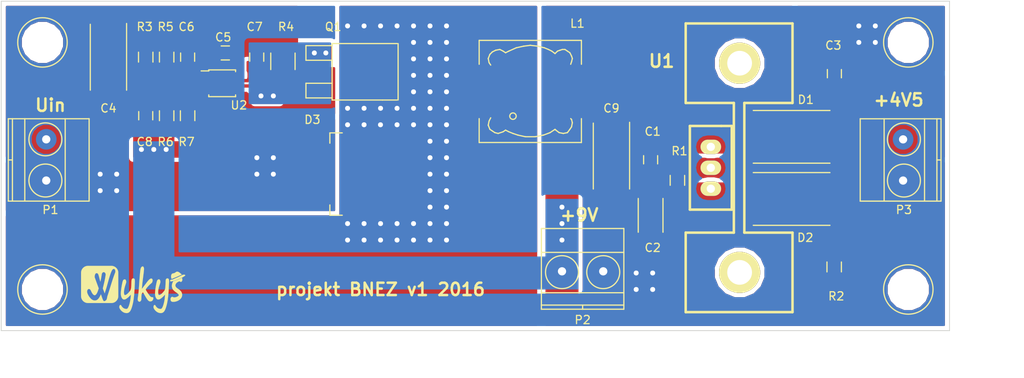
<source format=kicad_pcb>
(kicad_pcb (version 4) (host pcbnew 4.0.4-stable)
  (layers (0 F.Cu signal) (31 B.Cu signal) (34 B.Paste user) (35 F.Paste user) (36 B.SilkS user) (37 F.SilkS user) (38 B.Mask user) (39 F.Mask user) (44 Edge.Cuts user))
  (net 0 "")
  (net 1 +9V)
  (net 2 GND)
  (net 3 "Net-(C2-Pad1)")
  (net 4 +4V5)
  (net 5 VCC)
  (net 6 "Net-(C6-Pad1)")
  (net 7 "Net-(C7-Pad1)")
  (net 8 "Net-(C8-Pad2)")
  (net 9 "Net-(D3-Pad1)")
  (net 10 "Net-(Q1-Pad1)")
  (net 11 "Net-(Q1-Pad3)")
  (net 12 "Net-(R3-Pad2)")
  (module TO_SOT_Packages_SMD:TO-263-3Lead (layer F.Cu) (at 132.3534 95.9866)
    (fp_text reference D3 (at 0.381 -6.604 180) (layer F.SilkS))
    (fp_text value STPS20M100S)
    (pad 1 smd rect (at 9.15 0) (size 9.4 10.8) (layers F.Cu F.Paste F.Mask) (net 9 "Net-(D3-Pad1)"))
    (pad 2 smd rect (at 0 2.54) (size 4.6 1.39) (layers F.Cu F.Paste F.Mask) (net 2 GND))
    (pad 2 smd rect (at 0 -2.54) (size 4.6 1.39) (layers F.Cu F.Paste F.Mask) (net 2 GND))
  )
  (module Capacitors_SMD:C_0805_HandSoldering (layer F.Cu) (at 173.75 94.25 270)
    (fp_text reference C1 (at -3.429 -0.254 360) (layer F.SilkS))
    (fp_text value 100n)
    (pad 1 smd rect (at -1.25 0 270) (size 1.5 1.25) (layers F.Cu F.Paste F.Mask) (net 1 +9V))
    (pad 2 smd rect (at 1.25 0 270) (size 1.5 1.25) (layers F.Cu F.Paste F.Mask) (net 2 GND))
  )
  (module Capacitors_Tantalum_SMD:TantalC_SizeB_EIA-3528_Reflow (layer F.Cu) (at 173.75 101.25 270)
    (fp_text reference C2 (at 3.683 -0.254 360) (layer F.SilkS))
    (fp_text value 10u/20V)
    (pad 2 smd rect (at 1.46 0 270) (size 1.8 2.23) (layers F.Cu F.Paste F.Mask) (net 2 GND))
    (pad 1 smd rect (at -1.46 0 270) (size 1.8 2.23) (layers F.Cu F.Paste F.Mask) (net 3 "Net-(C2-Pad1)"))
  )
  (module Capacitors_SMD:C_0805_HandSoldering (layer F.Cu) (at 196.0372 83.7946 90)
    (fp_text reference C3 (at 3.429 -0.127 180) (layer F.SilkS))
    (fp_text value 1u)
    (pad 1 smd rect (at -1.25 0 90) (size 1.5 1.25) (layers F.Cu F.Paste F.Mask) (net 4 +4V5))
    (pad 2 smd rect (at 1.25 0 90) (size 1.5 1.25) (layers F.Cu F.Paste F.Mask) (net 2 GND))
  )
  (module Capacitors_SMD:C_0805_HandSoldering (layer F.Cu) (at 122.174 81.28 180)
    (fp_text reference C5 (at 0.254 1.905 180) (layer F.SilkS))
    (fp_text value 1u)
    (pad 1 smd rect (at -1.25 0 180) (size 1.5 1.25) (layers F.Cu F.Paste F.Mask) (net 5 VCC))
    (pad 2 smd rect (at 1.25 0 180) (size 1.5 1.25) (layers F.Cu F.Paste F.Mask) (net 2 GND))
  )
  (module Capacitors_SMD:C_0805_HandSoldering (layer F.Cu) (at 117.602 81.788 90)
    (fp_text reference C6 (at 3.683 -0.127 180) (layer F.SilkS))
    (fp_text value 1n)
    (pad 1 smd rect (at -1.25 0 90) (size 1.5 1.25) (layers F.Cu F.Paste F.Mask) (net 6 "Net-(C6-Pad1)"))
    (pad 2 smd rect (at 1.25 0 90) (size 1.5 1.25) (layers F.Cu F.Paste F.Mask) (net 5 VCC))
  )
  (module Capacitors_SMD:C_0805_HandSoldering (layer F.Cu) (at 125.984 81.788 90)
    (fp_text reference C7 (at 3.683 -0.254 180) (layer F.SilkS))
    (fp_text value 470n)
    (pad 1 smd rect (at -1.25 0 90) (size 1.5 1.25) (layers F.Cu F.Paste F.Mask) (net 7 "Net-(C7-Pad1)"))
    (pad 2 smd rect (at 1.25 0 90) (size 1.5 1.25) (layers F.Cu F.Paste F.Mask) (net 5 VCC))
  )
  (module Capacitors_SMD:C_0805_HandSoldering (layer F.Cu) (at 112.522 88.9 90)
    (fp_text reference C8 (at -3.175 -0.127 180) (layer F.SilkS))
    (fp_text value 6n8)
    (pad 1 smd rect (at -1.25 0 90) (size 1.5 1.25) (layers F.Cu F.Paste F.Mask) (net 1 +9V))
    (pad 2 smd rect (at 1.25 0 90) (size 1.5 1.25) (layers F.Cu F.Paste F.Mask) (net 8 "Net-(C8-Pad2)"))
  )
  (module Diodes_SMD:DO-214AB_Handsoldering (layer F.Cu) (at 191.9986 91.4654)
    (fp_text reference D1 (at 0.5715 -4.5085) (layer F.SilkS))
    (fp_text value BYG10D-E3/TR)
    (pad 2 smd rect (at 4.1 0) (size 3.6 3.2) (layers F.Cu F.Paste F.Mask) (net 4 +4V5))
    (pad 1 smd rect (at -4.1 0) (size 3.6 3.2) (layers F.Cu F.Paste F.Mask) (net 1 +9V))
  )
  (module Diodes_SMD:DO-214AB_Handsoldering (layer F.Cu) (at 191.9986 99.0092)
    (fp_text reference D2 (at 0.508 4.699) (layer F.SilkS))
    (fp_text value BYG10D-E3/TR)
    (pad 2 smd rect (at 4.1 0) (size 3.6 3.2) (layers F.Cu F.Paste F.Mask) (net 3 "Net-(C2-Pad1)"))
    (pad 1 smd rect (at -4.1 0) (size 3.6 3.2) (layers F.Cu F.Paste F.Mask) (net 4 +4V5))
  )
  (module Choke_SMD:Choke_SMD_12x12mm_h6mm (layer F.Cu) (at 159.15894 85.9536)
    (fp_text reference L1 (at 5.715 -8.255) (layer F.SilkS))
    (fp_text value 47u)
    (pad 1 smd rect (at -4.95046 0) (size 2.90068 5.40004) (layers F.Cu F.Paste F.Mask) (net 9 "Net-(D3-Pad1)"))
    (pad 2 smd rect (at 4.95046 0) (size 2.90068 5.40004) (layers F.Cu F.Paste F.Mask) (net 1 +9V))
  )
  (module TO_SOT_Packages_SMD:TO-252-2Lead (layer F.Cu) (at 133.604 83.566 270)
    (fp_text reference Q1 (at -5.461 -1.651 360) (layer F.SilkS))
    (fp_text value FDD5614P)
    (pad 1 smd rect (at -2.286 0 270) (size 1.651 3.048) (layers F.Cu F.Paste F.Mask) (net 10 "Net-(Q1-Pad1)"))
    (pad 2 smd rect (at 0 -6.35 270) (size 6.096 6.096) (layers F.Cu F.Paste F.Mask) (net 9 "Net-(D3-Pad1)"))
    (pad 3 smd rect (at 2.286 0 270) (size 1.651 3.048) (layers F.Cu F.Paste F.Mask) (net 11 "Net-(Q1-Pad3)"))
  )
  (module Resistors_SMD:R_0805_HandSoldering (layer F.Cu) (at 177 96.75 270)
    (fp_text reference R1 (at -3.556 -0.254 360) (layer F.SilkS))
    (fp_text value 510R)
    (pad 1 smd rect (at -1.35 0 270) (size 1.5 1.3) (layers F.Cu F.Paste F.Mask) (net 4 +4V5))
    (pad 2 smd rect (at 1.35 0 270) (size 1.5 1.3) (layers F.Cu F.Paste F.Mask) (net 3 "Net-(C2-Pad1)"))
  )
  (module Resistors_SMD:R_0805_HandSoldering (layer F.Cu) (at 196.0118 107.2642 270)
    (fp_text reference R2 (at 3.556 -0.254 360) (layer F.SilkS))
    (fp_text value 1k3)
    (pad 1 smd rect (at -1.35 0 270) (size 1.5 1.3) (layers F.Cu F.Paste F.Mask) (net 3 "Net-(C2-Pad1)"))
    (pad 2 smd rect (at 1.35 0 270) (size 1.5 1.3) (layers F.Cu F.Paste F.Mask) (net 2 GND))
  )
  (module Resistors_SMD:R_0805_HandSoldering (layer F.Cu) (at 112.522 81.788 270)
    (fp_text reference R3 (at -3.683 0.127 360) (layer F.SilkS))
    (fp_text value 180k)
    (pad 1 smd rect (at -1.35 0 270) (size 1.5 1.3) (layers F.Cu F.Paste F.Mask) (net 5 VCC))
    (pad 2 smd rect (at 1.35 0 270) (size 1.5 1.3) (layers F.Cu F.Paste F.Mask) (net 12 "Net-(R3-Pad2)"))
  )
  (module Resistors_SMD:R_1210_HandSoldering (layer F.Cu) (at 129.159 82.296 270)
    (fp_text reference R4 (at -4.191 -0.381 360) (layer F.SilkS))
    (fp_text value R01)
    (pad 1 smd rect (at -2 0 270) (size 2 2.5) (layers F.Cu F.Paste F.Mask) (net 5 VCC))
    (pad 2 smd rect (at 2 0 270) (size 2 2.5) (layers F.Cu F.Paste F.Mask) (net 11 "Net-(Q1-Pad3)"))
  )
  (module Resistors_SMD:R_0805_HandSoldering (layer F.Cu) (at 115.062 81.788 270)
    (fp_text reference R5 (at -3.683 0.127 360) (layer F.SilkS))
    (fp_text value 1k5)
    (pad 1 smd rect (at -1.35 0 270) (size 1.5 1.3) (layers F.Cu F.Paste F.Mask) (net 5 VCC))
    (pad 2 smd rect (at 1.35 0 270) (size 1.5 1.3) (layers F.Cu F.Paste F.Mask) (net 6 "Net-(C6-Pad1)"))
  )
  (module Resistors_SMD:R_0805_HandSoldering (layer F.Cu) (at 115.062 88.9 90)
    (fp_text reference R6 (at -3.175 -0.127 180) (layer F.SilkS))
    (fp_text value 6k2)
    (pad 1 smd rect (at -1.35 0 90) (size 1.5 1.3) (layers F.Cu F.Paste F.Mask) (net 1 +9V))
    (pad 2 smd rect (at 1.35 0 90) (size 1.5 1.3) (layers F.Cu F.Paste F.Mask) (net 8 "Net-(C8-Pad2)"))
  )
  (module Resistors_SMD:R_0805_HandSoldering (layer F.Cu) (at 117.602 88.9 270)
    (fp_text reference R7 (at 3.175 0.127 360) (layer F.SilkS))
    (fp_text value 1k)
    (pad 1 smd rect (at -1.35 0 270) (size 1.5 1.3) (layers F.Cu F.Paste F.Mask) (net 8 "Net-(C8-Pad2)"))
    (pad 2 smd rect (at 1.35 0 270) (size 1.5 1.3) (layers F.Cu F.Paste F.Mask) (net 2 GND))
  )
  (module Housings_SSOP:MSOP-8-1EP_3x3mm_Pitch0.65mm (layer F.Cu) (at 121.793 84.963)
    (fp_text reference U2 (at 2.032 2.667) (layer F.SilkS))
    (fp_text value LM25085MYE)
    (pad 1 smd rect (at -2.105 -0.975) (size 0.89 0.42) (layers F.Cu F.Paste F.Mask) (net 6 "Net-(C6-Pad1)"))
    (pad 2 smd rect (at -2.105 -0.325) (size 0.89 0.42) (layers F.Cu F.Paste F.Mask) (net 12 "Net-(R3-Pad2)"))
    (pad 3 smd rect (at -2.105 0.325) (size 0.89 0.42) (layers F.Cu F.Paste F.Mask) (net 8 "Net-(C8-Pad2)"))
    (pad 4 smd rect (at -2.105 0.975) (size 0.89 0.42) (layers F.Cu F.Paste F.Mask) (net 2 GND))
    (pad 5 smd rect (at 2.105 0.975) (size 0.89 0.42) (layers F.Cu F.Paste F.Mask) (net 11 "Net-(Q1-Pad3)"))
    (pad 6 smd rect (at 2.105 0.325) (size 0.89 0.42) (layers F.Cu F.Paste F.Mask) (net 10 "Net-(Q1-Pad1)"))
    (pad 7 smd rect (at 2.105 -0.325) (size 0.89 0.42) (layers F.Cu F.Paste F.Mask) (net 7 "Net-(C7-Pad1)"))
    (pad 8 smd rect (at 2.105 -0.975) (size 0.89 0.42) (layers F.Cu F.Paste F.Mask) (net 5 VCC))
    (pad 9 smd rect (at 0.42 0.47) (size 0.84 0.94) (layers F.Cu F.Paste F.Mask) (net 2 GND))
    (pad 9 smd rect (at 0.42 -0.47) (size 0.84 0.94) (layers F.Cu F.Paste F.Mask) (net 2 GND))
    (pad 9 smd rect (at -0.42 0.47) (size 0.84 0.94) (layers F.Cu F.Paste F.Mask) (net 2 GND))
    (pad 9 smd rect (at -0.42 -0.47) (size 0.84 0.94) (layers F.Cu F.Paste F.Mask) (net 2 GND))
  )
  (module bnez:to220_std_11cw (layer F.Cu) (at 181.0512 95.2246 270)
    (fp_text reference U1 (at -12.954 5.969 360) (layer F.SilkS) (effects (font (thickness 0.3048))))
    (fp_text value LM317KCS hide)
    (pad 1 thru_hole oval (at 2.54 0 270) (size 1.74498 2.49936) (drill 1) (layers *.Cu *.Mask F.SilkS) (net 3 "Net-(C2-Pad1)"))
    (pad 2 thru_hole oval (at 0 0 270) (size 1.74752 2.49936) (drill 1) (layers *.Cu *.Mask F.SilkS) (net 4 +4V5))
    (pad 3 thru_hole oval (at -2.54 0 270) (size 1.74752 2.49936) (drill 1) (layers *.Cu *.Mask F.SilkS) (net 1 +9V))
    (pad "" thru_hole circle (at 12.7 -3.4925 270) (size 5 5) (drill 3) (layers *.Cu *.Mask F.SilkS))
    (pad "" thru_hole circle (at -12.7 -3.4925 270) (size 5 5) (drill 3) (layers *.Cu *.Mask F.SilkS))
  )
  (module bnez:M3 (layer F.Cu) (at 100 80)
    (fp_text reference M1 hide)
    (fp_text value M3 hide)
    (pad "" np_thru_hole circle (at 0 0) (size 3 3) (drill 3) (layers *.Cu *.Mask) (clearance 1))
  )
  (module bnez:M3 (layer F.Cu) (at 100 110)
    (fp_text reference M2 hide)
    (fp_text value M3 hide)
    (pad "" np_thru_hole circle (at 0 0) (size 3 3) (drill 3) (layers *.Cu *.Mask) (clearance 1))
  )
  (module bnez:M3 (layer F.Cu) (at 205 110)
    (fp_text reference M3 hide)
    (fp_text value M3 hide)
    (pad "" np_thru_hole circle (at 0 0) (size 3 3) (drill 3) (layers *.Cu *.Mask) (clearance 1))
  )
  (module bnez:M3 (layer F.Cu) (at 205 80)
    (fp_text reference M4 hide)
    (fp_text value M3 hide)
    (pad "" np_thru_hole circle (at 0 0) (size 3 3) (drill 3) (layers *.Cu *.Mask) (clearance 1))
  )
  (module bnez:wykys_new_skill (layer F.Cu) (at 111 110)
    (fp_text reference G*** hide)
    (fp_text value LOGO hide)
  )
  (module Terminal_Blocks:TerminalBlock_Pheonix_MKDS1.5-2pol (layer F.Cu) (at 100.457 91.7702 270)
    (fp_text reference P1 (at 8.5598 -0.508 360) (layer F.SilkS))
    (fp_text value "PWR IN")
    (pad 1 thru_hole circle (at 0 0 270) (size 2.5 2.5) (drill 1) (layers *.Cu *.Mask) (net 5 VCC))
    (pad 2 thru_hole rect (at 5 0 270) (size 2.5 2.5) (drill 1) (layers *.Cu *.Mask) (net 2 GND))
  )
  (module Terminal_Blocks:TerminalBlock_Pheonix_MKDS1.5-2pol (layer F.Cu) (at 163.0045 107.7976)
    (fp_text reference P2 (at 2.5 5.9) (layer F.SilkS))
    (fp_text value +9V)
    (pad 1 thru_hole circle (at 0 0) (size 2.5 2.5) (drill 1) (layers *.Cu *.Mask) (net 1 +9V))
    (pad 2 thru_hole rect (at 5 0) (size 2.5 2.5) (drill 1) (layers *.Cu *.Mask) (net 2 GND))
  )
  (module Terminal_Blocks:TerminalBlock_Pheonix_MKDS1.5-2pol (layer F.Cu) (at 204.3684 96.774 90)
    (fp_text reference P3 (at -3.556 0.1016 180) (layer F.SilkS))
    (fp_text value +4V5)
    (pad 1 thru_hole rect (at 0 0 90) (size 2.5 2.5) (drill 1) (layers *.Cu *.Mask) (net 2 GND))
    (pad 2 thru_hole circle (at 5 0 90) (size 2.5 2.5) (drill 1) (layers *.Cu *.Mask) (net 4 +4V5))
  )
  (module Capacitors_Tantalum_SMD:TantalC_SizeD_EIA-7343_Reflow (layer F.Cu) (at 108 82 270)
    (fp_text reference C4 (at 6 0 360) (layer F.SilkS))
    (fp_text value 10u/50V)
    (pad 2 smd rect (at 3.12 0 270) (size 2.37 2.43) (layers F.Cu F.Paste F.Mask) (net 2 GND))
    (pad 1 smd rect (at -3.12 0 270) (size 2.37 2.43) (layers F.Cu F.Paste F.Mask) (net 5 VCC))
  )
  (module Capacitors_Tantalum_SMD:TantalC_SizeD_EIA-7343_Reflow (layer F.Cu) (at 169 94 270)
    (fp_text reference C9 (at -6 0 360) (layer F.SilkS))
    (fp_text value 68u/20V)
    (pad 2 smd rect (at 3.12 0 270) (size 2.37 2.43) (layers F.Cu F.Paste F.Mask) (net 2 GND))
    (pad 1 smd rect (at -3.12 0 270) (size 2.37 2.43) (layers F.Cu F.Paste F.Mask) (net 1 +9V))
  )
  (gr_text +4V5 (at 203.835 86.995) (layer F.SilkS) (effects (font (size 1.5 1.5) (thickness 0.3))))
  (gr_text +9V (at 165.1 100.965) (layer F.SilkS) (effects (font (size 1.5 1.5) (thickness 0.3))))
  (gr_text Uin (at 100.965 87.63) (layer F.SilkS) (effects (font (size 1.5 1.5) (thickness 0.3))))
  (gr_text "projekt BNEZ v1 2016" (at 141 110) (layer F.SilkS) (effects (font (size 1.5 1.5) (thickness 0.3))))
  (gr_line (start 95 115) (end 95 75) (angle 90) (layer Edge.Cuts) (width 0.1))
  (gr_line (start 210 115) (end 95 115) (angle 90) (layer Edge.Cuts) (width 0.1))
  (gr_line (start 210 75) (end 210 115) (angle 90) (layer Edge.Cuts) (width 0.1))
  (gr_line (start 95 75) (end 210 75) (angle 90) (layer Edge.Cuts) (width 0.1))
  (segment (start 115.062 90.25) (end 112.622 90.25) (width 0.4) (layer F.Cu) (net 1))
  (segment (start 163 102) (end 163 100) (width 0.25) (layer B.Cu) (net 1))
  (via (at 163 100) (size 1) (drill 0.6) (layers F.Cu B.Cu) (net 1))
  (segment (start 163 104) (end 163 102) (width 0.25) (layer F.Cu) (net 1))
  (via (at 163 102) (size 1) (drill 0.6) (layers F.Cu B.Cu) (net 1))
  (segment (start 163.0045 107.7976) (end 163.0045 104.0045) (width 0.25) (layer B.Cu) (net 1))
  (segment (start 163.0045 104.0045) (end 163 104) (width 0.25) (layer B.Cu) (net 1))
  (via (at 163 104) (size 1) (drill 0.6) (layers F.Cu B.Cu) (net 1))
  (segment (start 113.5 93) (end 115 93) (width 0.25) (layer B.Cu) (net 1))
  (via (at 115 93) (size 1) (drill 0.6) (layers F.Cu B.Cu) (net 1))
  (via (at 113.5 93) (size 1) (drill 0.6) (layers F.Cu B.Cu) (net 1))
  (segment (start 112 93) (end 115 93) (width 0.5) (layer B.Cu) (net 1))
  (segment (start 112.412 93) (end 112 93) (width 1) (layer F.Cu) (net 1))
  (segment (start 115.062 90.35) (end 112.412 93) (width 1) (layer F.Cu) (net 1))
  (segment (start 115.062 90.25) (end 115.062 90.35) (width 1) (layer F.Cu) (net 1))
  (via (at 112 93) (size 1) (drill 0.6) (layers F.Cu B.Cu) (net 1))
  (segment (start 112.622 90.25) (end 112.522 90.15) (width 0.4) (layer F.Cu) (net 1))
  (segment (start 122 85.22) (end 122 85) (width 0.25) (layer F.Cu) (net 2))
  (segment (start 122.213 85.433) (end 122 85.22) (width 0.25) (layer F.Cu) (net 2))
  (segment (start 199 78) (end 199 80) (width 0.25) (layer F.Cu) (net 2))
  (via (at 199 80) (size 1) (drill 0.6) (layers F.Cu B.Cu) (net 2))
  (segment (start 201 78) (end 199 78) (width 0.25) (layer B.Cu) (net 2))
  (via (at 199 78) (size 1) (drill 0.6) (layers F.Cu B.Cu) (net 2))
  (segment (start 201 80) (end 201 78) (width 0.25) (layer F.Cu) (net 2))
  (via (at 201 78) (size 1) (drill 0.6) (layers F.Cu B.Cu) (net 2))
  (segment (start 198 95.548) (end 198 83) (width 0.25) (layer B.Cu) (net 2))
  (segment (start 198 83) (end 201 80) (width 0.25) (layer B.Cu) (net 2))
  (via (at 201 80) (size 1) (drill 0.6) (layers F.Cu B.Cu) (net 2))
  (segment (start 199.226 96.774) (end 198 95.548) (width 0.25) (layer B.Cu) (net 2))
  (segment (start 204.3684 96.774) (end 199.226 96.774) (width 0.25) (layer B.Cu) (net 2))
  (segment (start 174 110) (end 172 110) (width 0.25) (layer B.Cu) (net 2))
  (via (at 172 110) (size 1) (drill 0.6) (layers F.Cu B.Cu) (net 2))
  (segment (start 174 108) (end 174 110) (width 0.25) (layer F.Cu) (net 2))
  (via (at 174 110) (size 1) (drill 0.6) (layers F.Cu B.Cu) (net 2))
  (segment (start 172 108) (end 174 108) (width 0.25) (layer B.Cu) (net 2))
  (via (at 174 108) (size 1) (drill 0.6) (layers F.Cu B.Cu) (net 2))
  (segment (start 168.0045 107.7976) (end 171.7976 107.7976) (width 0.25) (layer F.Cu) (net 2))
  (segment (start 171.7976 107.7976) (end 172 108) (width 0.25) (layer F.Cu) (net 2))
  (via (at 172 108) (size 1) (drill 0.6) (layers F.Cu B.Cu) (net 2))
  (segment (start 126 96) (end 128 96) (width 0.25) (layer B.Cu) (net 2))
  (via (at 128 96) (size 1) (drill 0.6) (layers F.Cu B.Cu) (net 2))
  (segment (start 126 94) (end 126 96) (width 0.25) (layer F.Cu) (net 2))
  (via (at 126 96) (size 1) (drill 0.6) (layers F.Cu B.Cu) (net 2))
  (segment (start 128 94) (end 126 94) (width 0.25) (layer B.Cu) (net 2))
  (via (at 126 94) (size 1) (drill 0.6) (layers F.Cu B.Cu) (net 2))
  (segment (start 132.334 93.853) (end 128.147 93.853) (width 0.25) (layer F.Cu) (net 2))
  (segment (start 128.147 93.853) (end 128 94) (width 0.25) (layer F.Cu) (net 2))
  (via (at 128 94) (size 1) (drill 0.6) (layers F.Cu B.Cu) (net 2))
  (segment (start 109 96) (end 107 96) (width 0.25) (layer B.Cu) (net 2))
  (via (at 107 96) (size 1) (drill 0.6) (layers F.Cu B.Cu) (net 2))
  (segment (start 109 98) (end 109 96) (width 0.25) (layer F.Cu) (net 2))
  (via (at 109 96) (size 1) (drill 0.6) (layers F.Cu B.Cu) (net 2))
  (segment (start 107 98) (end 109 98) (width 0.25) (layer B.Cu) (net 2))
  (via (at 109 98) (size 1) (drill 0.6) (layers F.Cu B.Cu) (net 2))
  (segment (start 104.979801 98.020199) (end 105 98) (width 0.25) (layer F.Cu) (net 2))
  (segment (start 105 98) (end 107 98) (width 0.25) (layer F.Cu) (net 2))
  (via (at 107 98) (size 1) (drill 0.6) (layers F.Cu B.Cu) (net 2))
  (segment (start 100.457 96.7702) (end 101.706999 98.020199) (width 0.25) (layer F.Cu) (net 2))
  (segment (start 101.706999 98.020199) (end 104.979801 98.020199) (width 0.25) (layer F.Cu) (net 2))
  (segment (start 121.373 85.433) (end 121.373 85.764) (width 0.4) (layer F.Cu) (net 2))
  (segment (start 121.373 85.764) (end 121.199 85.938) (width 0.4) (layer F.Cu) (net 2))
  (segment (start 121.199 85.938) (end 119.688 85.938) (width 0.4) (layer F.Cu) (net 2))
  (segment (start 196.204 99.234) (end 196.124 99.314) (width 1) (layer F.Cu) (net 3))
  (segment (start 196.806 92.376) (end 196.124 91.694) (width 1) (layer F.Cu) (net 4))
  (segment (start 203.608 92.376) (end 203.708 92.476) (width 1) (layer F.Cu) (net 4))
  (segment (start 123.898 83.988) (end 123.898 81.754) (width 0.25) (layer F.Cu) (net 5))
  (segment (start 123.898 81.754) (end 123.424 81.28) (width 0.25) (layer F.Cu) (net 5))
  (segment (start 129.159 80.296) (end 126.226 80.296) (width 0.4) (layer F.Cu) (net 5))
  (segment (start 126.226 80.296) (end 125.984 80.538) (width 0.4) (layer F.Cu) (net 5))
  (segment (start 117.502 80.438) (end 117.602 80.538) (width 0.4) (layer F.Cu) (net 5))
  (segment (start 112.412 80.328) (end 112.522 80.438) (width 0.4) (layer F.Cu) (net 5))
  (segment (start 115.062 83.138) (end 117.502 83.138) (width 1) (layer F.Cu) (net 6))
  (segment (start 119.688 83.988) (end 119.688 83.493) (width 0.4) (layer F.Cu) (net 6))
  (segment (start 119.253 83.058) (end 117.622 83.058) (width 0.4) (layer F.Cu) (net 6))
  (segment (start 119.688 83.493) (end 119.253 83.058) (width 0.4) (layer F.Cu) (net 6))
  (segment (start 117.502 83.138) (end 117.602 83.038) (width 1) (layer F.Cu) (net 6))
  (segment (start 117.622 83.058) (end 117.602 83.038) (width 0.4) (layer F.Cu) (net 6))
  (segment (start 123.898 84.638) (end 124.862 84.638) (width 0.4) (layer F.Cu) (net 7))
  (segment (start 124.862 84.638) (end 126 83.5) (width 0.4) (layer F.Cu) (net 7))
  (segment (start 126 83.5) (end 125.984 83.484) (width 0.4) (layer F.Cu) (net 7))
  (segment (start 125.984 83.484) (end 125.984 83.038) (width 0.4) (layer F.Cu) (net 7))
  (segment (start 119.688 85.288) (end 118.712 85.288) (width 0.4) (layer F.Cu) (net 8))
  (segment (start 117.602 86.398) (end 117.602 87.55) (width 0.4) (layer F.Cu) (net 8))
  (segment (start 118.712 85.288) (end 117.602 86.398) (width 0.4) (layer F.Cu) (net 8))
  (segment (start 117.602 87.55) (end 115.062 87.55) (width 0.4) (layer F.Cu) (net 8))
  (segment (start 115.062 87.55) (end 112.622 87.55) (width 0.4) (layer F.Cu) (net 8))
  (segment (start 112.622 87.55) (end 112.522 87.65) (width 0.4) (layer F.Cu) (net 8))
  (segment (start 141 88) (end 141 84.612) (width 0.5) (layer F.Cu) (net 9))
  (segment (start 141 84.612) (end 139.954 83.566) (width 0.5) (layer F.Cu) (net 9))
  (segment (start 149 80) (end 149 78) (width 0.5) (layer F.Cu) (net 9))
  (via (at 149 78) (size 1) (drill 0.6) (layers F.Cu B.Cu) (net 9))
  (segment (start 149 82) (end 149 80) (width 0.5) (layer B.Cu) (net 9))
  (via (at 149 80) (size 1) (drill 0.6) (layers F.Cu B.Cu) (net 9))
  (segment (start 149 84) (end 149 82) (width 0.5) (layer F.Cu) (net 9))
  (via (at 149 82) (size 1) (drill 0.6) (layers F.Cu B.Cu) (net 9))
  (segment (start 149 86) (end 149 84) (width 0.5) (layer B.Cu) (net 9))
  (via (at 149 84) (size 1) (drill 0.6) (layers F.Cu B.Cu) (net 9))
  (segment (start 149 88) (end 149 86) (width 0.5) (layer F.Cu) (net 9))
  (via (at 149 86) (size 1) (drill 0.6) (layers F.Cu B.Cu) (net 9))
  (segment (start 149 90) (end 149 88) (width 0.5) (layer B.Cu) (net 9))
  (via (at 149 88) (size 1) (drill 0.6) (layers F.Cu B.Cu) (net 9))
  (segment (start 149 92) (end 149 90) (width 0.5) (layer F.Cu) (net 9))
  (via (at 149 90) (size 1) (drill 0.6) (layers F.Cu B.Cu) (net 9))
  (segment (start 149 94) (end 149 92) (width 0.5) (layer B.Cu) (net 9))
  (via (at 149 92) (size 1) (drill 0.6) (layers F.Cu B.Cu) (net 9))
  (segment (start 149 96) (end 149 94) (width 0.5) (layer F.Cu) (net 9))
  (via (at 149 94) (size 1) (drill 0.6) (layers F.Cu B.Cu) (net 9))
  (via (at 149 96) (size 1) (drill 0.6) (layers F.Cu B.Cu) (net 9))
  (segment (start 149 98) (end 149 96) (width 0.5) (layer F.Cu) (net 9))
  (segment (start 149 100) (end 149 98) (width 0.5) (layer B.Cu) (net 9))
  (via (at 149 98) (size 1) (drill 0.6) (layers F.Cu B.Cu) (net 9))
  (segment (start 149 102) (end 149 100) (width 0.5) (layer F.Cu) (net 9))
  (via (at 149 100) (size 1) (drill 0.6) (layers F.Cu B.Cu) (net 9))
  (segment (start 149 104) (end 149 102) (width 0.5) (layer B.Cu) (net 9))
  (via (at 149 102) (size 1) (drill 0.6) (layers F.Cu B.Cu) (net 9))
  (via (at 149 104) (size 1) (drill 0.6) (layers F.Cu B.Cu) (net 9))
  (segment (start 147 104) (end 149 104) (width 0.5) (layer B.Cu) (net 9))
  (segment (start 145 104) (end 147 104) (width 0.5) (layer F.Cu) (net 9))
  (via (at 147 104) (size 1) (drill 0.6) (layers F.Cu B.Cu) (net 9))
  (segment (start 143 104) (end 145 104) (width 0.5) (layer B.Cu) (net 9))
  (via (at 145 104) (size 1) (drill 0.6) (layers F.Cu B.Cu) (net 9))
  (via (at 143 104) (size 1) (drill 0.6) (layers F.Cu B.Cu) (net 9))
  (segment (start 141 104) (end 143 104) (width 0.5) (layer F.Cu) (net 9))
  (via (at 141 104) (size 1) (drill 0.6) (layers F.Cu B.Cu) (net 9))
  (segment (start 139 104) (end 141 104) (width 0.5) (layer B.Cu) (net 9))
  (segment (start 137 104) (end 139 104) (width 0.5) (layer F.Cu) (net 9))
  (via (at 139 104) (size 1) (drill 0.6) (layers F.Cu B.Cu) (net 9))
  (segment (start 137 102) (end 137 104) (width 0.5) (layer B.Cu) (net 9))
  (via (at 137 104) (size 1) (drill 0.6) (layers F.Cu B.Cu) (net 9))
  (segment (start 139 102) (end 137 102) (width 0.5) (layer F.Cu) (net 9))
  (via (at 137 102) (size 1) (drill 0.6) (layers F.Cu B.Cu) (net 9))
  (segment (start 141 102) (end 139 102) (width 0.5) (layer B.Cu) (net 9))
  (via (at 139 102) (size 1) (drill 0.6) (layers F.Cu B.Cu) (net 9))
  (via (at 141 102) (size 1) (drill 0.6) (layers F.Cu B.Cu) (net 9))
  (segment (start 143 102) (end 141 102) (width 0.5) (layer F.Cu) (net 9))
  (via (at 143 102) (size 1) (drill 0.6) (layers F.Cu B.Cu) (net 9))
  (segment (start 145 102) (end 143 102) (width 0.5) (layer B.Cu) (net 9))
  (via (at 145 102) (size 1) (drill 0.6) (layers F.Cu B.Cu) (net 9))
  (segment (start 147 102) (end 145 102) (width 0.5) (layer F.Cu) (net 9))
  (segment (start 147 88) (end 145 88) (width 0.5) (layer F.Cu) (net 9))
  (segment (start 147 86) (end 147 88) (width 0.5) (layer B.Cu) (net 9))
  (via (at 147 88) (size 1) (drill 0.6) (layers F.Cu B.Cu) (net 9))
  (segment (start 147 84) (end 147 86) (width 0.5) (layer F.Cu) (net 9))
  (via (at 147 86) (size 1) (drill 0.6) (layers F.Cu B.Cu) (net 9))
  (segment (start 147 82) (end 147 84) (width 0.5) (layer B.Cu) (net 9))
  (via (at 147 84) (size 1) (drill 0.6) (layers F.Cu B.Cu) (net 9))
  (segment (start 147 80) (end 147 82) (width 0.5) (layer F.Cu) (net 9))
  (via (at 147 82) (size 1) (drill 0.6) (layers F.Cu B.Cu) (net 9))
  (segment (start 147 78) (end 147 80) (width 0.5) (layer B.Cu) (net 9))
  (via (at 147 80) (size 1) (drill 0.6) (layers F.Cu B.Cu) (net 9))
  (via (at 147 78) (size 1) (drill 0.6) (layers F.Cu B.Cu) (net 9))
  (segment (start 139 78) (end 137 78) (width 0.5) (layer B.Cu) (net 9))
  (via (at 137 78) (size 1) (drill 0.6) (layers F.Cu B.Cu) (net 9))
  (segment (start 141 78) (end 139 78) (width 0.5) (layer F.Cu) (net 9))
  (via (at 139 78) (size 1) (drill 0.6) (layers F.Cu B.Cu) (net 9))
  (segment (start 143 78) (end 141 78) (width 0.5) (layer B.Cu) (net 9))
  (via (at 141 78) (size 1) (drill 0.6) (layers F.Cu B.Cu) (net 9))
  (segment (start 145 78) (end 143 78) (width 0.5) (layer F.Cu) (net 9))
  (via (at 143 78) (size 1) (drill 0.6) (layers F.Cu B.Cu) (net 9))
  (segment (start 145 80) (end 145 78) (width 0.5) (layer B.Cu) (net 9))
  (via (at 145 78) (size 1) (drill 0.6) (layers F.Cu B.Cu) (net 9))
  (segment (start 145 82) (end 145 80) (width 0.5) (layer F.Cu) (net 9))
  (via (at 145 80) (size 1) (drill 0.6) (layers F.Cu B.Cu) (net 9))
  (segment (start 145 84) (end 145 82) (width 0.5) (layer B.Cu) (net 9))
  (via (at 145 82) (size 1) (drill 0.6) (layers F.Cu B.Cu) (net 9))
  (segment (start 145 86) (end 145 84) (width 0.5) (layer F.Cu) (net 9))
  (via (at 145 84) (size 1) (drill 0.6) (layers F.Cu B.Cu) (net 9))
  (segment (start 145 88) (end 145 86) (width 0.5) (layer B.Cu) (net 9))
  (via (at 145 86) (size 1) (drill 0.6) (layers F.Cu B.Cu) (net 9))
  (segment (start 143 88) (end 145 88) (width 0.5) (layer F.Cu) (net 9))
  (via (at 145 88) (size 1) (drill 0.6) (layers F.Cu B.Cu) (net 9))
  (segment (start 141 88) (end 143 88) (width 0.5) (layer B.Cu) (net 9))
  (via (at 143 88) (size 1) (drill 0.6) (layers F.Cu B.Cu) (net 9))
  (segment (start 139 88) (end 141 88) (width 0.5) (layer F.Cu) (net 9))
  (via (at 141 88) (size 1) (drill 0.6) (layers F.Cu B.Cu) (net 9))
  (segment (start 137 88) (end 139 88) (width 0.5) (layer B.Cu) (net 9))
  (via (at 139 88) (size 1) (drill 0.6) (layers F.Cu B.Cu) (net 9))
  (segment (start 137 90) (end 137 88) (width 0.5) (layer F.Cu) (net 9))
  (via (at 137 88) (size 1) (drill 0.6) (layers F.Cu B.Cu) (net 9))
  (segment (start 147 100) (end 147 102) (width 0.5) (layer B.Cu) (net 9))
  (via (at 147 102) (size 1) (drill 0.6) (layers F.Cu B.Cu) (net 9))
  (segment (start 147 98) (end 147 100) (width 0.5) (layer F.Cu) (net 9))
  (via (at 147 100) (size 1) (drill 0.6) (layers F.Cu B.Cu) (net 9))
  (segment (start 147 96) (end 147 98) (width 0.5) (layer B.Cu) (net 9))
  (via (at 147 98) (size 1) (drill 0.6) (layers F.Cu B.Cu) (net 9))
  (segment (start 147 94) (end 147 96) (width 0.5) (layer F.Cu) (net 9))
  (via (at 147 96) (size 1) (drill 0.6) (layers F.Cu B.Cu) (net 9))
  (segment (start 147 92) (end 147 94) (width 0.5) (layer B.Cu) (net 9))
  (via (at 147 94) (size 1) (drill 0.6) (layers F.Cu B.Cu) (net 9))
  (segment (start 147 90) (end 147 92) (width 0.5) (layer F.Cu) (net 9))
  (via (at 147 92) (size 1) (drill 0.6) (layers F.Cu B.Cu) (net 9))
  (segment (start 145 90) (end 147 90) (width 0.5) (layer B.Cu) (net 9))
  (via (at 147 90) (size 1) (drill 0.6) (layers F.Cu B.Cu) (net 9))
  (segment (start 143 90) (end 145 90) (width 0.5) (layer F.Cu) (net 9))
  (via (at 145 90) (size 1) (drill 0.6) (layers F.Cu B.Cu) (net 9))
  (segment (start 140.991 90) (end 143 90) (width 0.5) (layer B.Cu) (net 9))
  (via (at 143 90) (size 1) (drill 0.6) (layers F.Cu B.Cu) (net 9))
  (segment (start 139 90) (end 140.991 90) (width 0.5) (layer B.Cu) (net 9))
  (via (at 140.991 90) (size 1) (drill 0.6) (layers F.Cu B.Cu) (net 9))
  (segment (start 140.991 90) (end 139 90) (width 0.5) (layer F.Cu) (net 9))
  (segment (start 139 90) (end 137 90) (width 0.5) (layer F.Cu) (net 9))
  (segment (start 137 90) (end 139 90) (width 0.5) (layer B.Cu) (net 9))
  (via (at 139 90) (size 1) (drill 0.6) (layers F.Cu B.Cu) (net 9))
  (segment (start 141.484 96.393) (end 141.484 90.493) (width 0.5) (layer F.Cu) (net 9))
  (segment (start 141.484 90.493) (end 140.991 90) (width 0.5) (layer F.Cu) (net 9))
  (via (at 137 90) (size 1) (drill 0.6) (layers F.Cu B.Cu) (net 9))
  (segment (start 139.999992 84) (end 140 83.999992) (width 0.5) (layer F.Cu) (net 9))
  (segment (start 138 84) (end 139.999992 84) (width 0.5) (layer F.Cu) (net 9))
  (segment (start 140 84) (end 138 84) (width 0.5) (layer F.Cu) (net 9))
  (segment (start 138 86) (end 140 84) (width 0.5) (layer F.Cu) (net 9))
  (segment (start 140 86) (end 138 86) (width 0.5) (layer F.Cu) (net 9))
  (segment (start 141.999994 86) (end 140 86) (width 0.5) (layer F.Cu) (net 9))
  (segment (start 142 85.999994) (end 141.999994 86) (width 0.5) (layer F.Cu) (net 9))
  (segment (start 142 84) (end 142 85.999994) (width 0.5) (layer F.Cu) (net 9))
  (segment (start 141.292894 84) (end 142 84) (width 0.5) (layer F.Cu) (net 9))
  (segment (start 138 82) (end 140 84) (width 0.5) (layer F.Cu) (net 9))
  (segment (start 140 84) (end 141.292894 84) (width 0.5) (layer F.Cu) (net 9))
  (segment (start 140 82) (end 138 82) (width 0.5) (layer F.Cu) (net 9))
  (segment (start 140.00001 81.99999) (end 140 82) (width 0.5) (layer F.Cu) (net 9))
  (segment (start 142 81.99999) (end 140.00001 81.99999) (width 0.5) (layer F.Cu) (net 9))
  (segment (start 140.499999 84.499999) (end 142 82.999998) (width 0.4) (layer F.Cu) (net 9))
  (segment (start 142.00001 82) (end 142 81.99999) (width 0.5) (layer F.Cu) (net 9))
  (segment (start 142 82.707096) (end 142 81.99999) (width 0.4) (layer F.Cu) (net 9))
  (segment (start 141.23 85.23) (end 140.499999 84.499999) (width 0.4) (layer F.Cu) (net 9))
  (segment (start 142 86) (end 140.499999 84.499999) (width 0.4) (layer F.Cu) (net 9))
  (segment (start 142 82.999998) (end 142 82.707096) (width 0.4) (layer F.Cu) (net 9))
  (segment (start 154 88) (end 153.79954 87.79954) (width 0.5) (layer F.Cu) (net 9))
  (segment (start 154 84) (end 153.79954 84.20046) (width 0.5) (layer F.Cu) (net 9))
  (segment (start 140 100) (end 138 100) (width 0.5) (layer F.Cu) (net 9))
  (segment (start 144 100) (end 142 100) (width 0.5) (layer F.Cu) (net 9))
  (segment (start 140 98) (end 142 98) (width 0.5) (layer F.Cu) (net 9))
  (segment (start 138 96) (end 138 98) (width 0.5) (layer F.Cu) (net 9))
  (segment (start 142 96) (end 140 96) (width 0.5) (layer F.Cu) (net 9))
  (segment (start 140 94) (end 142 94) (width 0.5) (layer F.Cu) (net 9))
  (segment (start 142 92) (end 140 92) (width 0.5) (layer F.Cu) (net 9))
  (segment (start 123.898 85.288) (end 125.538 85.288) (width 0.4) (layer F.Cu) (net 10))
  (segment (start 125.538 85.288) (end 126.5 86.25) (width 0.4) (layer F.Cu) (net 10))
  (segment (start 126.5 86.25) (end 126.5 86.5) (width 0.4) (layer F.Cu) (net 10))
  (segment (start 132.969 81.28) (end 128 86.249) (width 0.5) (layer B.Cu) (net 10))
  (via (at 128 86.5) (size 1) (drill 0.6) (layers F.Cu B.Cu) (net 10))
  (segment (start 128 86.249) (end 128 86.5) (width 0.5) (layer B.Cu) (net 10))
  (segment (start 126.5 86.5) (end 128 86.5) (width 0.4) (layer F.Cu) (net 10))
  (via (at 126.5 86.5) (size 1) (drill 0.6) (layers F.Cu B.Cu) (net 10))
  (segment (start 134.366 81.28) (end 132.969 81.28) (width 1) (layer B.Cu) (net 10))
  (via (at 132.969 81.28) (size 1) (drill 0.6) (layers F.Cu B.Cu) (net 10))
  (segment (start 132.842 81.28) (end 134.366 81.28) (width 0.4) (layer F.Cu) (net 10))
  (via (at 134.366 81.28) (size 1) (drill 0.6) (layers F.Cu B.Cu) (net 10))
  (segment (start 123.898 85.938) (end 123.898 86.398) (width 0.25) (layer F.Cu) (net 11))
  (segment (start 131.7752 85.852) (end 133.604 85.852) (width 0.25) (layer F.Cu) (net 11))
  (segment (start 129.4384 88.1888) (end 131.7752 85.852) (width 0.25) (layer F.Cu) (net 11))
  (segment (start 125.6888 88.1888) (end 129.4384 88.1888) (width 0.25) (layer F.Cu) (net 11))
  (segment (start 123.898 86.398) (end 125.6888 88.1888) (width 0.25) (layer F.Cu) (net 11))
  (segment (start 129.159 84.296) (end 129.75 84.887) (width 0.4) (layer F.Cu) (net 11))
  (segment (start 129.159 84.677) (end 129.032 84.55) (width 0.4) (layer F.Cu) (net 11))
  (segment (start 119.688 84.638) (end 113.388 84.638) (width 0.4) (layer F.Cu) (net 12))
  (segment (start 113.388 84.638) (end 112.522 83.772) (width 0.4) (layer F.Cu) (net 12))
  (segment (start 112.522 83.772) (end 112.522 83.138) (width 0.4) (layer F.Cu) (net 12))
  (zone (net 2) (net_name GND) (layer F.Cu) (connect_pads (clearance 0.508)) (min_thickness 0.254) (fill yes (arc_segments 16) (thermal_gap 0.508) (thermal_bridge_width 0.508))
    (polygon (pts (xy 210 115) (xy 95 115) (xy 95 75) (xy 210 75)))
  )
  (zone (net 2) (net_name GND) (layer B.Cu) (connect_pads (clearance 0.508)) (min_thickness 0.254) (fill yes (arc_segments 16) (thermal_gap 0.508) (thermal_bridge_width 0.508))
    (polygon (pts (xy 210 115) (xy 95 115) (xy 95 75) (xy 210 75)))
  )
  (zone (net 9) (net_name "Net-(D3-Pad1)") (layer F.Cu) (priority 1) (connect_pads (clearance 0.508)) (min_thickness 0.254) (fill yes (arc_segments 16) (thermal_gap 0.508) (thermal_bridge_width 0.508))
    (polygon (pts (xy 160 115) (xy 95 115) (xy 95 101) (xy 136 101) (xy 136 75) (xy 160 75)))
  )
  (zone (net 5) (net_name VCC) (layer F.Cu) (priority 1) (connect_pads (clearance 0.508)) (min_thickness 0.254) (fill yes (arc_segments 16) (thermal_gap 0.508) (thermal_bridge_width 0.508))
    (polygon (pts (xy 131 82) (xy 124.5 82) (xy 124.5 84.25) (xy 123.25 84.25) (xy 123.25 82) (xy 122.5 82) (xy 122.5 80) (xy 119 80) (xy 119 81.5) (xy 105 81.5) (xy 105 94) (xy 95 94) (xy 95 75) (xy 131 75)))
  )
  (zone (net 1) (net_name +9V) (layer F.Cu) (priority 1) (connect_pads (clearance 0.508)) (min_thickness 0.254) (fill yes (arc_segments 16) (thermal_gap 0.508) (thermal_bridge_width 0.508))
    (polygon (pts (xy 191 94) (xy 165 94) (xy 165 115) (xy 161 115) (xy 161 75) (xy 191 75)))
  )
  (zone (net 4) (net_name +4V5) (layer F.Cu) (priority 2) (connect_pads (clearance 0.508)) (min_thickness 0.254) (fill yes (arc_segments 16) (thermal_gap 0.508) (thermal_bridge_width 0.508))
    (polygon (pts (xy 210 94) (xy 199 94) (xy 199 102) (xy 178 102) (xy 175 97) (xy 175 94) (xy 191 94) (xy 191 84) (xy 210 84)))
  )
  (zone (net 3) (net_name "Net-(C2-Pad1)") (layer F.Cu) (priority 3) (connect_pads (clearance 0.508)) (min_thickness 0.254) (fill yes (arc_segments 16) (thermal_gap 0.508) (thermal_bridge_width 0.508))
    (polygon (pts (xy 172 97) (xy 185 97) (xy 185 102) (xy 193 102) (xy 193 97) (xy 199 97) (xy 199 107) (xy 198 107) (xy 177 107) (xy 177 101) (xy 172 101)))
  )
  (zone (net 1) (net_name +9V) (layer F.Cu) (priority 3) (connect_pads (clearance 0.508)) (min_thickness 0.254) (fill yes (arc_segments 16) (thermal_gap 0.508) (thermal_bridge_width 0.508))
    (polygon (pts (xy 119 94) (xy 111 94) (xy 111 89) (xy 116 89) (xy 116 92) (xy 119 92)))
  )
  (zone (net 8) (net_name "Net-(C8-Pad2)") (layer F.Cu) (priority 2) (connect_pads (clearance 0.508)) (min_thickness 0.254) (fill yes (arc_segments 16) (thermal_gap 0.508) (thermal_bridge_width 0.508))
    (polygon (pts (xy 119 88.5) (xy 111 88.5) (xy 111 85) (xy 120.25 85) (xy 120.25 85.5) (xy 119 85.5)))
  )
  (zone (net 11) (net_name "Net-(Q1-Pad3)") (layer F.Cu) (priority 4) (connect_pads (clearance 0.508)) (min_thickness 0.254) (fill yes (arc_segments 16) (thermal_gap 0.508) (thermal_bridge_width 0.508))
    (polygon (pts (xy 123.25 88.75) (xy 135.5 88.75) (xy 135.5 83) (xy 127.75 83) (xy 127.75 85.5) (xy 128.75 85.5) (xy 128.75 87.25) (xy 125.75 87.25) (xy 125.75 85.75) (xy 123.25 85.75)))
  )
  (zone (net 10) (net_name "Net-(Q1-Pad1)") (layer B.Cu) (priority 4) (connect_pads (clearance 0.508)) (min_thickness 0.254) (fill yes (arc_segments 16) (thermal_gap 0.508) (thermal_bridge_width 0.508))
    (polygon (pts (xy 135 87.5) (xy 125 87.5) (xy 125 80) (xy 135 80)))
  )
  (zone (net 1) (net_name +9V) (layer B.Cu) (priority 7) (connect_pads (clearance 0.508)) (min_thickness 0.254) (fill yes (arc_segments 16) (thermal_gap 0.508) (thermal_bridge_width 0.508))
    (polygon (pts (xy 116 106) (xy 161 106) (xy 161 99) (xy 165 99) (xy 165 106) (xy 165 110) (xy 111 110) (xy 111 92) (xy 116 92)))
  )
  (zone (net 9) (net_name "Net-(D3-Pad1)") (layer B.Cu) (priority 5) (connect_pads (clearance 0.508)) (min_thickness 0.254) (fill yes (arc_segments 16) (thermal_gap 0.508) (thermal_bridge_width 0.508))
    (polygon (pts (xy 160 106) (xy 116 106) (xy 116 101) (xy 136 101) (xy 136 75) (xy 160 75)))
  )
  (zone (net 6) (net_name "Net-(C6-Pad1)") (layer F.Cu) (priority 8) (connect_pads (clearance 0.508)) (min_thickness 0.254) (fill yes (arc_segments 16) (thermal_gap 0.508) (thermal_bridge_width 0.508))
    (polygon (pts (xy 120.25 84) (xy 114 84) (xy 114 82.25) (xy 119.5 82.25) (xy 119.5 83) (xy 120.25 83)))
  )
  (zone (net 12) (net_name "Net-(R3-Pad2)") (layer F.Cu) (priority 3) (connect_pads (clearance 0.508)) (min_thickness 0.254) (fill yes (arc_segments 16) (thermal_gap 0.508) (thermal_bridge_width 0.508))
    (polygon (pts (xy 113.75 84.25) (xy 120.25 84.25) (xy 120.25 85) (xy 111 85) (xy 111 82.25) (xy 113.75 82.25)))
  )
  (zone (net 10) (net_name "Net-(Q1-Pad1)") (layer F.Cu) (priority 8) (connect_pads (clearance 0.508)) (min_thickness 0.254) (fill yes (arc_segments 16) (thermal_gap 0.508) (thermal_bridge_width 0.508))
    (polygon (pts (xy 127.5 85.75) (xy 128.75 85.75) (xy 128.75 87.25) (xy 125.75 87.25) (xy 125.75 85.75) (xy 125.25 85.75) (xy 125.25 85) (xy 127.5 85)))
  )
  (zone (net 7) (net_name "Net-(C7-Pad1)") (layer F.Cu) (priority 9) (connect_pads (clearance 0.508)) (min_thickness 0.254) (fill yes (arc_segments 16) (thermal_gap 0.508) (thermal_bridge_width 0.508))
    (polygon (pts (xy 127.25 84.5) (xy 124.75 84.5) (xy 124.75 82.25) (xy 127.25 82.25)))
  )
)
</source>
